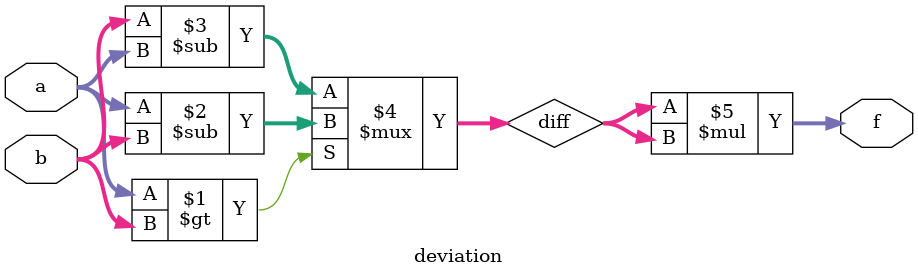
<source format=v>
module deviation(a, b, f);
parameter width = 25;
input [width - 1: 0] a;
input [width - 1: 0] b;
output [width * 2 - 1: 0] f;
wire [width - 1: 0] diff;
assign diff = (a > b)? (a - b): (b - a);
assign f = diff * diff;
endmodule

</source>
